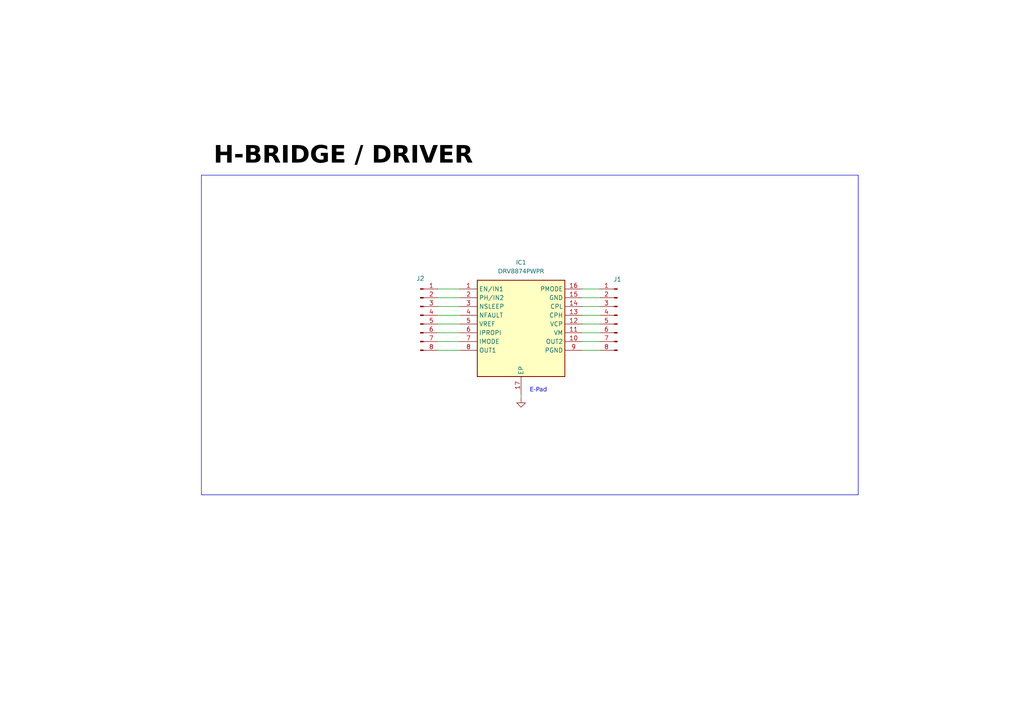
<source format=kicad_sch>
(kicad_sch (version 20231120) (generator "eeschema") (generator_version "8.0")
  (paper "A4")
  (title_block (title "DRV8874_BREAKOUT_BOARD") (date "2024-07-01") (company "SPS NA PROSEKU") (comment 1 "SAVVA POPOV"))
  (lib_symbols
    (symbol "Connector:Conn_01x08_Pin" (pin_names (offset 1.016) hide)
      (property "Reference" "J" (at 0 10.16 0))
      (property "Value" "Conn_01x08_Pin" (at 0 -12.7 0))
      (symbol "Conn_01x08_Pin_1_1"
        (polyline (pts (xy 1.27 -10.16) (xy 0.8636 -10.16)) (stroke (width 0.1524)))
        (polyline (pts (xy 1.27 -7.62) (xy 0.8636 -7.62)) (stroke (width 0.1524)))
        (polyline (pts (xy 1.27 -5.08) (xy 0.8636 -5.08)) (stroke (width 0.1524)))
        (polyline (pts (xy 1.27 -2.54) (xy 0.8636 -2.54)) (stroke (width 0.1524)))
        (polyline (pts (xy 1.27 0) (xy 0.8636 0)) (stroke (width 0.1524)))
        (polyline (pts (xy 1.27 2.54) (xy 0.8636 2.54)) (stroke (width 0.1524)))
        (polyline (pts (xy 1.27 5.08) (xy 0.8636 5.08)) (stroke (width 0.1524)))
        (polyline (pts (xy 1.27 7.62) (xy 0.8636 7.62)) (stroke (width 0.1524)))
        (rectangle (start 0.8636 -10.033) (end 0 -10.287) (stroke (width 0.1524)) (fill (type outline)))
        (rectangle (start 0.8636 -7.493) (end 0 -7.747) (stroke (width 0.1524)) (fill (type outline)))
        (rectangle (start 0.8636 -4.953) (end 0 -5.207) (stroke (width 0.1524)) (fill (type outline)))
        (rectangle (start 0.8636 -2.413) (end 0 -2.667) (stroke (width 0.1524)) (fill (type outline)))
        (rectangle (start 0.8636 0.127) (end 0 -0.127) (stroke (width 0.1524)) (fill (type outline)))
        (rectangle (start 0.8636 2.667) (end 0 2.413) (stroke (width 0.1524)) (fill (type outline)))
        (rectangle (start 0.8636 5.207) (end 0 4.953) (stroke (width 0.1524)) (fill (type outline)))
        (rectangle (start 0.8636 7.747) (end 0 7.493) (stroke (width 0.1524)) (fill (type outline)))
        (pin passive line (at 5.08 7.62 180) (length 3.81) (name "Pin_1") (number "1"))
        (pin passive line (at 5.08 5.08 180) (length 3.81) (name "Pin_2") (number "2"))
        (pin passive line (at 5.08 2.54 180) (length 3.81) (name "Pin_3") (number "3"))
        (pin passive line (at 5.08 0 180) (length 3.81) (name "Pin_4") (number "4"))
        (pin passive line (at 5.08 -2.54 180) (length 3.81) (name "Pin_5") (number "5"))
        (pin passive line (at 5.08 -5.08 180) (length 3.81) (name "Pin_6") (number "6"))
        (pin passive line (at 5.08 -7.62 180) (length 3.81) (name "Pin_7") (number "7"))
        (pin passive line (at 5.08 -10.16 180) (length 3.81) (name "Pin_8") (number "8"))
      )
    )
    (symbol "power:GND" (power) (pin_names (offset 0))
      (property "Value" "GND" (at 0 -3.81 0))
      (symbol "GND_0_1"
        (polyline (pts (xy 0 0) (xy 0 -1.27) (xy 1.27 -1.27) (xy 0 -2.54) (xy -1.27 -1.27) (xy 0 -1.27)))
      )
      (symbol "GND_1_1"
        (pin power_in line (at 0 0 270) (length 0) hide (name "GND") (number "1"))
      )
    )
    (symbol "sumec_library:DRV8874PWPR"
      (property "Reference" "IC" (at 31.75 7.62 0))
      (property "Value" "DRV8874PWPR" (at 31.75 5.08 0))
      (symbol "DRV8874PWPR_1_1"
        (rectangle (start 5.08 2.54) (end 30.48 -25.4) (stroke (width 0.254)) (fill (type background)))
        (pin passive line (at 0 0 0) (length 5.08) (name "EN/IN1") (number "1"))
        (pin passive line (at 35.56 -15.24 180) (length 5.08) (name "OUT2") (number "10"))
        (pin passive line (at 35.56 -12.7 180) (length 5.08) (name "VM") (number "11"))
        (pin passive line (at 35.56 -10.16 180) (length 5.08) (name "VCP") (number "12"))
        (pin passive line (at 35.56 -7.62 180) (length 5.08) (name "CPH") (number "13"))
        (pin passive line (at 35.56 -5.08 180) (length 5.08) (name "CPL") (number "14"))
        (pin passive line (at 35.56 -2.54 180) (length 5.08) (name "GND") (number "15"))
        (pin passive line (at 35.56 0 180) (length 5.08) (name "PMODE") (number "16"))
        (pin passive line (at 17.78 -30.48 90) (length 5.08) (name "EP") (number "17"))
        (pin passive line (at 0 -2.54 0) (length 5.08) (name "PH/IN2") (number "2"))
        (pin passive line (at 0 -5.08 0) (length 5.08) (name "NSLEEP") (number "3"))
        (pin passive line (at 0 -7.62 0) (length 5.08) (name "NFAULT") (number "4"))
        (pin passive line (at 0 -10.16 0) (length 5.08) (name "VREF") (number "5"))
        (pin passive line (at 0 -12.7 0) (length 5.08) (name "IPROPI") (number "6"))
        (pin passive line (at 0 -15.24 0) (length 5.08) (name "IMODE") (number "7"))
        (pin passive line (at 0 -17.78 0) (length 5.08) (name "OUT1") (number "8"))
        (pin passive line (at 35.56 -17.78 180) (length 5.08) (name "PGND") (number "9"))
      )
    )
  )
  (wire (pts (xy 173.99 86.36) (xy 168.91 86.36)))
  (wire (pts (xy 173.99 91.44) (xy 168.91 91.44)))
  (polyline (pts (xy 58.42 50.8) (xy 58.42 143.51)))
  (wire (pts (xy 173.99 93.98) (xy 168.91 93.98)))
  (wire (pts (xy 173.99 88.9) (xy 168.91 88.9)))
  (polyline (pts (xy 248.92 50.8) (xy 248.92 143.51)))
  (polyline (pts (xy 248.92 143.51) (xy 58.42 143.51)))
  (wire (pts (xy 173.99 99.06) (xy 168.91 99.06)))
  (wire (pts (xy 173.99 83.82) (xy 168.91 83.82)))
  (wire (pts (xy 127 91.44) (xy 133.35 91.44)))
  (wire (pts (xy 127 93.98) (xy 133.35 93.98)))
  (wire (pts (xy 127 88.9) (xy 133.35 88.9)))
  (wire (pts (xy 127 101.6) (xy 133.35 101.6)))
  (wire (pts (xy 127 86.36) (xy 133.35 86.36)))
  (wire (pts (xy 173.99 101.6) (xy 168.91 101.6)))
  (wire (pts (xy 151.13 115.57) (xy 151.13 114.3)))
  (wire (pts (xy 127 96.52) (xy 133.35 96.52)))
  (polyline (pts (xy 58.42 50.8) (xy 248.92 50.8)))
  (wire (pts (xy 127 83.82) (xy 133.35 83.82)))
  (wire (pts (xy 127 99.06) (xy 133.35 99.06)))
  (wire (pts (xy 173.99 96.52) (xy 168.91 96.52)))
  (text "H-BRIDGE / DRIVER" (at 61.976 49.53 0) (effects (font (size 5 5) (bold yes)) (justify left bottom)))
  (text "E-Pad" (at 153.67 114.3 0) (effects (font (size 1.27 1.27)) (justify left bottom)))
  (symbol (lib_id "Connector:Conn_01x08_Pin") (at 121.92 91.44 0) (unit 1)
    (property "Reference" "J2" (at 121.92 80.772 0))
    (property "Value" "Conn_01x08_Pin" (effects (hide yes)))
    (property "Footprint" "Connector_PinHeader_2.54mm:PinHeader_1x08_P2.54mm_Vertical" (effects (hide yes)))
    (property "Description" "Generic connector, single row, 01x08, script generated" (effects (hide yes)))
  )
  (symbol (lib_id "sumec_library:DRV8874PWPR") (at 133.35 83.82 0) (unit 1)
    (property "Reference" "IC1" (at 151.13 76.2 0))
    (property "Value" "DRV8874PWPR" (at 151.13 78.74 0))
    (property "Footprint" "sumec-smdV2_library:DRV8874" (effects (hide yes)))
    (property "Datasheet" "https://www.ti.com/lit/gpn/DRV8874" (effects (hide yes)))
    (property "Height" "1.2" (effects (hide yes)))
    (property "Manufacturer_Name" "Texas Instruments" (effects (hide yes)))
    (property "Manufacturer_Part_Number" "DRV8874PWPR" (effects (hide yes)))
    (property "Mouser Part Number" "595-DRV8874PWPR" (effects (hide yes)))
    (property "Mouser Price/Stock" "https://www.mouser.co.uk/ProductDetail/Texas-Instruments/DRV8874PWPR?qs=mAH9sUMRCtvh%2FSU15ywmDA%3D%3D" (effects (hide yes)))
    (property "Arrow Part Number" "DRV8874PWPR" (effects (hide yes)))
    (property "Arrow Price/Stock" "https://www.arrow.com/en/products/drv8874pwpr/texas-instruments?region=nac" (effects (hide yes)))
  )
  (symbol (lib_id "Connector:Conn_01x08_Pin") (at 179.07 91.44 0) (mirror y) (unit 1)
    (property "Reference" "J1" (at 179.07 81.026 0))
    (property "Value" "Conn_01x08_Pin" (effects (hide yes)))
    (property "Footprint" "Connector_PinHeader_2.54mm:PinHeader_1x08_P2.54mm_Vertical" (effects (hide yes)))
    (property "Description" "Generic connector, single row, 01x08, script generated" (effects (hide yes)))
  )
  (symbol (lib_id "power:GND") (at 151.13 115.57 0) (unit 1)
    (property "Reference" "#PWR01" (effects (hide yes)))
    (property "Value" "GND" (effects (hide yes)))
  )
)
</source>
